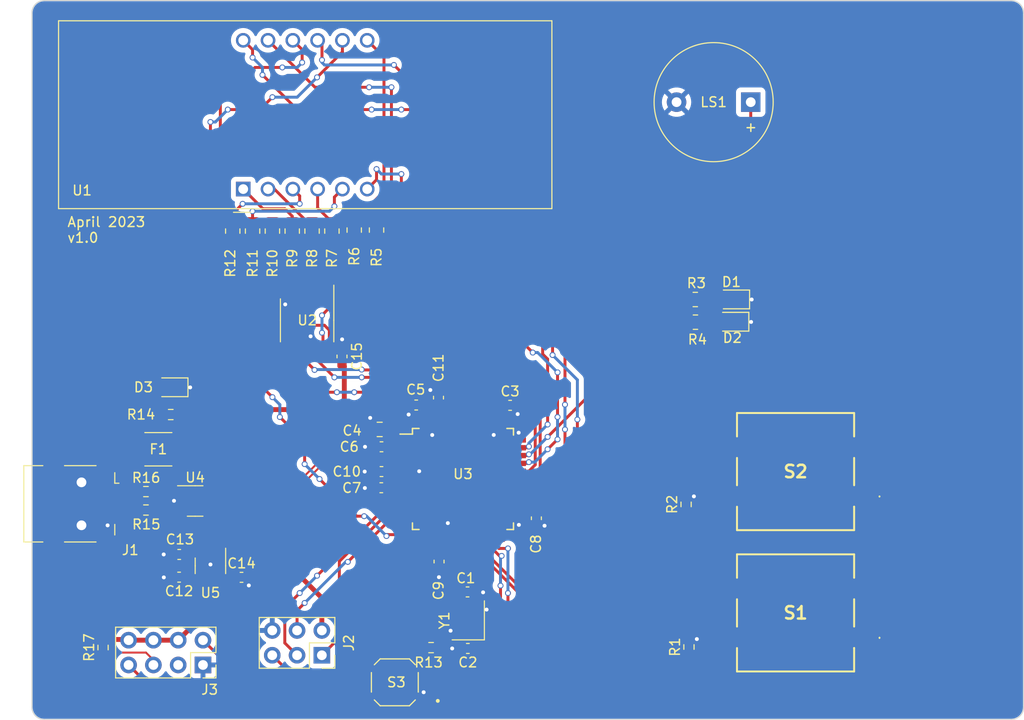
<source format=kicad_pcb>
(kicad_pcb (version 20221018) (generator pcbnew)
  (layers (0 "F.Cu" signal) (31 "B.Cu" signal) (34 "B.Paste" user) (35 "F.Paste" user) (36 "B.SilkS" user "B.Silkscreen") (37 "F.SilkS" user "F.Silkscreen") (38 "B.Mask" user) (39 "F.Mask" user) (44 "Edge.Cuts" user))
  (net 0 "")
  (net 1 "XTAL2")
  (net 2 "GND")
  (net 3 "XTAL1")
  (net 4 "+5V")
  (net 5 "/UCAP")
  (net 6 "/AREF")
  (net 7 "Net-(U5-BP)")
  (net 8 "+3.3V")
  (net 9 "Net-(D1-A)")
  (net 10 "Net-(D2-A)")
  (net 11 "Net-(D3-A)")
  (net 12 "Net-(J1-VBUS)")
  (net 13 "Net-(J1-D-)")
  (net 14 "Net-(J1-D+)")
  (net 16 "unconnected-(J1-Shield-Pad6)")
  (net 17 "MISO")
  (net 18 "SCK")
  (net 19 "MOSI")
  (net 20 "RST")
  (net 21 "TX")
  (net 23 "Net-(J3-Pin_5)")
  (net 24 "RX")
  (net 25 "Buzzer")
  (net 26 "Button_1")
  (net 27 "Button_2")
  (net 28 "RED_LED")
  (net 29 "GREEN_LED")
  (net 30 "a")
  (net 31 "Net-(U1-a)")
  (net 32 "b")
  (net 33 "Net-(U1-b)")
  (net 34 "c")
  (net 35 "Net-(U1-c)")
  (net 36 "d")
  (net 37 "Net-(U1-d)")
  (net 38 "e")
  (net 39 "Net-(U1-e)")
  (net 40 "f")
  (net 41 "Net-(U1-f)")
  (net 42 "g")
  (net 43 "Net-(U1-g)")
  (net 44 "dp")
  (net 45 "Net-(U1-DPX)")
  (net 46 "USB_CONN_D+")
  (net 47 "USB_CONN_D-")
  (net 48 "Dig4")
  (net 49 "Dig3")
  (net 50 "Dig2")
  (net 51 "Dig1")
  (net 53 "SH_CP")
  (net 54 "ST_CP")
  (net 55 "DS")
  (net 56 "USB_D-")
  (net 57 "USB_D+")
  (footprint "Buzzer_Beeper:Buzzer_12x9.5RM7.6" (layer "F.Cu") (at 149.84 35.814 180)
    (fp_text reference "LS1")
    (fp_text value "Speaker")
  )
  (footprint "Capacitor_SMD:C_0603_1608Metric" (layer "F.Cu") (at 120.828441 85.988865)
    (fp_text reference "C1")
    (fp_text value "22pF")
  )
  (footprint "Resistor_SMD:R_0805_2012Metric" (layer "F.Cu") (at 111.506 48.9185 90)
    (fp_text reference "R5")
    (fp_text value "100")
  )
  (footprint "LED_SMD:LED_0805_2012Metric" (layer "F.Cu") (at 90.5025 65.024 180)
    (fp_text reference "D3")
    (fp_text value "LED")
  )
  (footprint "Resistor_SMD:R_0805_2012Metric" (layer "F.Cu") (at 96.774 49.022 90)
    (fp_text reference "R12")
    (fp_text value "100")
  )
  (footprint "Resistor_SMD:R_0603_1608Metric" (layer "F.Cu") (at 87.884 75.71 180)
    (fp_text reference "R16")
    (fp_text value "22")
  )
  (footprint "Resistor_SMD:R_0805_2012Metric" (layer "F.Cu") (at 144.159585 56.033813)
    (fp_text reference "R3")
    (fp_text value "330")
  )
  (footprint "Package_TO_SOT_SMD:SOT-23-6" (layer "F.Cu") (at 92.921251 76.671955)
    (fp_text reference "U4")
    (fp_text value "USBLC6-2SC6")
  )
  (footprint "Package_TO_SOT_SMD:SOT-23-5" (layer "F.Cu") (at 94.488 83.312 -90)
    (fp_text reference "U5")
    (fp_text value "LP2985-3.3")
  )
  (footprint "Resistor_SMD:R_0805_2012Metric" (layer "F.Cu") (at 100.838 49.022 90)
    (fp_text reference "R10")
    (fp_text value "100")
  )
  (footprint "PTS125_SMD_Button:PTS125_SMD_Button" (layer "F.Cu") (at 154.432 88.138 180)
    (fp_text reference "S1")
    (fp_text value "PTS125SM43SMTR21M_LFS" hide)
  )
  (footprint "Package_SO:TSSOP-16_4.4x5mm_P0.65mm" (layer "F.Cu") (at 104.394 58.166 -90)
    (fp_text reference "U2")
    (fp_text value "74HC595")
  )
  (footprint "Capacitor_SMD:C_0603_1608Metric" (layer "F.Cu") (at 120.860189 91.780601 180)
    (fp_text reference "C2")
    (fp_text value "22pF")
  )
  (footprint "Capacitor_SMD:C_0805_2012Metric" (layer "F.Cu") (at 111.828369 69.342 180)
    (fp_text reference "C4")
    (fp_text value "10uF")
  )
  (footprint "Capacitor_SMD:C_0603_1608Metric" (layer "F.Cu") (at 125.188154 66.874511)
    (fp_text reference "C3")
    (fp_text value "0.1uF")
  )
  (footprint "Resistor_SMD:R_0805_2012Metric" (layer "F.Cu") (at 109.22 48.9185 90)
    (fp_text reference "R6")
    (fp_text value "100")
  )
  (footprint "Resistor_SMD:R_0603_1608Metric" (layer "F.Cu") (at 117.094 91.694)
    (fp_text reference "R13")
    (fp_text value "10K")
  )
  (footprint "Capacitor_SMD:C_0603_1608Metric" (layer "F.Cu") (at 127.880856 78.440952 -90)
    (fp_text reference "C8")
    (fp_text value "0.1uF")
  )
  (footprint "Capacitor_SMD:C_0603_1608Metric" (layer "F.Cu") (at 112.014 73.66 180)
    (fp_text reference "C10")
    (fp_text value "1uF")
  )
  (footprint "LED_SMD:LED_0805_2012Metric" (layer "F.Cu") (at 147.9575 58.31 180)
    (fp_text reference "D2")
    (fp_text value "LED")
  )
  (footprint "Capacitor_SMD:C_0603_1608Metric" (layer "F.Cu") (at 117.852224 66.084263 90)
    (fp_text reference "C11")
    (fp_text value "0.1uF")
  )
  (footprint "Capacitor_SMD:C_0603_1608Metric" (layer "F.Cu") (at 111.993199 75.315721 180)
    (fp_text reference "C7")
    (fp_text value "0.1uF")
  )
  (footprint "Package_QFP:TQFP-44_10x10mm_P0.8mm" (layer "F.Cu") (at 120.36 74.42)
    (fp_text reference "U3")
    (fp_text value "ATmega32U4-A")
  )
  (footprint "Resistor_SMD:R_0603_1608Metric" (layer "F.Cu") (at 143.51 91.631 90)
    (fp_text reference "R1")
    (fp_text value "10K")
  )
  (footprint "Capacitor_SMD:C_0603_1608Metric" (layer "F.Cu") (at 107.96682 61.867142 90)
    (fp_text reference "C15")
    (fp_text value "0.1u")
  )
  (footprint "LED_SMD:LED_0805_2012Metric" (layer "F.Cu") (at 148.036 56.024 180)
    (fp_text reference "D1")
    (fp_text value "LED")
  )
  (footprint "Capacitor_SMD:C_0603_1608Metric" (layer "F.Cu") (at 91.279805 84.476254 180)
    (fp_text reference "C12")
    (fp_text value "10nF")
  )
  (footprint "Resistor_SMD:R_0805_2012Metric" (layer "F.Cu") (at 102.87 49.022 90)
    (fp_text reference "R9")
    (fp_text value "100")
  )
  (footprint "Display_7Segment:CA56-12EWA" (layer "F.Cu") (at 97.85 44.72 90)
    (fp_text reference "U1")
    (fp_text value "CA56-12EWA")
  )
  (footprint "Crystal:Crystal_SMD_Abracon_ABM8G-4Pin_3.2x2.5mm" (layer "F.Cu") (at 120.904 88.9 90)
    (fp_text reference "Y1")
    (fp_text value "16MHz")
  )
  (footprint "Capacitor_SMD:C_0603_1608Metric" (layer "F.Cu") (at 97.675048 84.493218)
    (fp_text reference "C14")
    (fp_text value "2.2uF")
  )
  (footprint "Connector_PinSocket_2.54mm:PinSocket_2x04_P2.54mm_Vertical" (layer "F.Cu") (at 93.726 93.472 -90)
    (fp_text reference "J3")
    (fp_text value "Esp_Conn")
  )
  (footprint "Capacitor_SMD:C_0603_1608Metric" (layer "F.Cu") (at 91.290448 82.152253 180)
    (fp_text reference "C13")
    (fp_text value "1uF")
  )
  (footprint "Resistor_SMD:R_0805_2012Metric" (layer "F.Cu") (at 144.177147 58.354301)
    (fp_text reference "R4")
    (fp_text value "330")
  )
  (footprint "Resistor_SMD:R_0603_1608Metric" (layer "F.Cu") (at 143.217601 77.021693 90)
    (fp_text reference "R2")
    (fp_text value "10K")
  )
  (footprint "Resistor_SMD:R_0603_1608Metric" (layer "F.Cu") (at 83.49 91.684 90)
    (fp_text reference "R17")
    (fp_text value "10k")
  )
  (footprint "Capacitor_SMD:C_0603_1608Metric" (layer "F.Cu") (at 117.910193 82.876325 -90)
    (fp_text reference "C9")
    (fp_text value "0.1uF")
  )
  (footprint "Fuse:Fuse_1812_4532Metric" (layer "F.Cu") (at 89.154 71.374)
    (fp_text reference "F1")
    (fp_text value "PTCSMD")
  )
  (footprint "Capacitor_SMD:C_0603_1608Metric" (layer "F.Cu") (at 112.014 71.12 180)
    (fp_text reference "C6")
    (fp_text value "0.1uF")
  )
  (footprint "Resistor_SMD:R_0805_2012Metric" (layer "F.Cu") (at 98.806 49.022 90)
    (fp_text reference "R11")
    (fp_text value "100")
  )
  (footprint "PTS526_SMD_Button:PTS526_SMD_Button" (layer "F.Cu") (at 113.3795 95.25 180)
    (fp_text reference "S3")
    (fp_text value "PTS526_SM08_SMTR2_LFS")
  )
  (footprint "Connector_USB:USB_Mini-B_Lumberg_2486_01_Horizontal" (layer "F.Cu") (at 81.28 76.962 -90)
    (fp_text reference "J1")
    (fp_text value "USB_B_Mini")
  )
  (footprint "Connector_PinSocket_2.54mm:PinSocket_2x03_P2.54mm_Vertical" (layer "F.Cu") (at 105.903 92.476 -90)
    (fp_text reference "J2")
    (fp_text value "AVR-ISP-6")
  )
  (footprint "Resistor_SMD:R_0603_1608Metric" (layer "F.Cu") (at 87.884 77.597494 180)
    (fp_text reference "R15")
    (fp_text value "22")
  )
  (footprint "Capacitor_SMD:C_0603_1608Metric" (layer "F.Cu") (at 115.57 66.842 180)
    (fp_text reference "C5")
    (fp_text value "0.1uF")
  )
  (footprint "Resistor_SMD:R_0805_2012Metric" (layer "F.Cu") (at 106.934 49.022 90)
    (fp_text reference "R7")
    (fp_text value "100")
  )
  (footprint "Resistor_SMD:R_0603_1608Metric" (layer "F.Cu") (at 90.424 67.818 180)
    (fp_text reference "R14")
    (fp_text value "1k")
  )
  (footprint "Resistor_SMD:R_0805_2012Metric" (layer "F.Cu") (at 104.902 49.022 90)
    (fp_text reference "R8")
    (fp_text value "100")
  )
  (footprint "PTS125_SMD_Button:PTS125_SMD_Button" (layer "F.Cu") (at 154.432 73.66 180)
    (fp_text reference "S2")
    (fp_text value "PTS125SM43SMTR21M_LFS" hide)
  )
  (gr_line (start 76.2 97.79) (end 76.2 26.67) (stroke (width 0.1)) (layer "Edge.Cuts"))
  (gr_arc (start 177.8 97.79) (mid 177.428026 98.688026) (end 176.53 99.06) (stroke (width 0.1)) (layer "Edge.Cuts"))
  (gr_arc (start 77.47 99.06) (mid 76.571974 98.688026) (end 76.2 97.79) (stroke (width 0.1)) (layer "Edge.Cuts"))
  (gr_line (start 176.53 99.06) (end 77.47 99.06) (stroke (width 0.1)) (layer "Edge.Cuts"))
  (gr_arc (start 76.2 26.67) (mid 76.571974 25.771974) (end 77.47 25.4) (stroke (width 0.1)) (layer "Edge.Cuts"))
  (gr_line (start 77.47 25.4) (end 176.53 25.4) (stroke (width 0.1)) (layer "Edge.Cuts"))
  (gr_line (start 177.8 26.67) (end 177.8 97.79) (stroke (width 0.1)) (layer "Edge.Cuts"))
  (gr_arc (start 176.53 25.4) (mid 177.428026 25.771974) (end 177.8 26.67) (stroke (width 0.1)) (layer "Edge.Cuts"))
  (gr_text "April 2023\nv1.0" (at 79.756 50.292) (layer "F.SilkS") (effects (font (size 1 1)) (justify left bottom)))
  (segment (start 119.56 80.12) (end 119.56 84.656) (width 0.2) (layer "F.Cu") (net 1))
  (segment (start 119.126 86.868) (end 120.054 87.796) (width 0.2) (layer "F.Cu") (net 1))
  (segment (start 119.56 84.656) (end 119.126 85.09) (width 0.2) (layer "F.Cu") (net 1))
  (segment (start 120.013148 85.996962) (end 120.013148 87.759148) (width 0.5) (layer "F.Cu") (net 1))
  (segment (start 119.126 85.09) (end 119.126 86.868) (width 0.2) (layer "F.Cu") (net 1))
  (segment (start 120.054 87.796) (end 120.054 87.8) (width 0.2) (layer "F.Cu") (net 1))
  (segment (start 120.013148 87.759148) (end 120.054 87.8) (width 0.5) (layer "F.Cu") (net 1))
  (segment (start 144.018 76.2) (end 143.220908 76.2) (width 0.5) (layer "F.Cu") (net 2))
  (segment (start 89.702622 82.148508) (end 90.511703 82.148508) (width 0.5) (layer "F.Cu") (net 2))
  (segment (start 149.935126 56.032409) (end 148.981909 56.032409) (width 0.5) (layer "F.Cu") (net 2))
  (segment (start 91.454409 65.038409) (end 91.44 65.024) (width 0.5) (layer "F.Cu") (net 2))
  (segment (start 120.085189 91.780601) (end 119.254533 91.780601) (width 0.5) (layer "F.Cu") (net 2))
  (segment (start 118.8095 78.939189) (end 118.8095 80.0705) (width 0.5) (layer "F.Cu") (net 2))
  (segment (start 102.151016 56.532751) (end 102.119 56.500735) (width 0.5) (layer "F.Cu") (net 2))
  (segment (start 102.119 56.500735) (end 102.119 55.3035) (width 0.3) (layer "F.Cu") (net 2))
  (segment (start 120.054 90) (end 119.128741 90) (width 0.5) (layer "F.Cu") (net 2))
  (segment (start 94.488 82.1745) (end 94.488 83.173265) (width 0.5) (layer "F.Cu") (net 2))
  (segment (start 89.71346 84.500251) (end 90.480808 84.500251) (width 0.5) (layer "F.Cu") (net 2))
  (segment (start 116.332 96.266) (end 116.332 97.0525) (width 0.5) (layer "F.Cu") (net 2))
  (segment (start 115.876501 73.62562) (end 114.66562 73.62562) (width 0.5) (layer "F.Cu") (net 2))
  (segment (start 104.751132 59.803422) (end 104.719 59.835554) (width 0.5) (layer "F.Cu") (net 2))
  (segment (start 126.087346 79.120606) (end 126.087346 78.447346) (width 0.5) (layer "F.Cu") (net 2))
  (segment (start 143.220908 76.2) (end 143.217601 76.196693) (width 0.5) (layer "F.Cu") (net 2))
  (segment (start 122.777146 87.799229) (end 121.754771 87.799229) (width 0.5) (layer "F.Cu") (net 2))
  (segment (start 117.910193 84.465798) (end 117.898664 84.477327) (width 0.5) (layer "F.Cu") (net 2))
  (segment (start 114.66562 73.62562) (end 114.66 73.62) (width 0.5) (layer "F.Cu") (net 2))
  (segment (start 117.016502 65.304475) (end 117.847436 65.304475) (width 0.5) (layer "F.Cu") (net 2))
  (segment (start 126.064071 70.415929) (end 126.06 70.42) (width 0.5) (layer "F.Cu") (net 2))
  (segment (start 127.888355 79.208453) (end 127.880856 79.215952) (width 0.5) (layer "F.Cu") (net 2))
  (segment (start 92.413079 65.038409) (end 91.454409 65.038409) (width 0.5) (layer "F.Cu") (net 2))
  (segment (start 119.128741 90) (end 119.09069 89.961949) (width 0.5) (layer "F.Cu") (net 2))
  (segment (start 111.239 73.66) (end 110.291684 73.66) (width 0.5) (layer "F.Cu") (net 2))
  (segment (start 110.853654 69.317285) (end 110.878369 69.342) (width 0.5) (layer "F.Cu") (net 2))
  (segment (start 94.488 83.173265) (end 94.492808 83.178073) (width 0.5) (layer "F.Cu") (net 2))
  (segment (start 111.235477 71.123523) (end 111.239 71.12) (width 0.5) (layer "F.Cu") (net 2))
  (segment (start 83.98 78.562) (end 83.98 79.144394) (width 0.5) (layer "F.Cu") (net 2))
  (segment (start 126.064071 69.676891) (end 126.064071 70.415929) (width 0.5) (layer "F.Cu") (net 2))
  (segment (start 90.480808 84.500251) (end 90.504805 84.476254) (width 0.5) (layer "F.Cu") (net 2))
  (segment (start 98.450048 84.493218) (end 98.450048 85.29739) (width 0.5) (layer "F.Cu") (net 2))
  (segment (start 116.332 97.0525) (end 116.3795 97.1) (width 0.5) (layer "F.Cu") (net 2))
  (segment (start 90.757235 76.653883) (end 91.765679 76.653883) (width 0.5) (layer "F.Cu") (net 2))
  (segment (start 148.981909 56.032409) (end 148.9735 56.024) (width 0.5) (layer "F.Cu") (net 2))
  (segment (start 111.218199 75.315721) (end 110.33755 75.315721) (width 0.5) (layer "F.Cu") (net 2))
  (segment (start 98.450048 85.29739) (end 98.423108 85.32433) (width 0.5) (layer "F.Cu") (net 2))
  (segment (start 148.895 58.31) (end 149.853747 58.31) (width 0.5) (layer "F.Cu") (net 2))
  (segment (start 149.853747 58.31) (end 149.875025 58.331278) (width 0.5) (layer "F.Cu") (net 2))
  (segment (start 117.847436 65.304475) (end 117.852224 65.309263) (width 0.5) (layer "F.Cu") (net 2))
  (segment (start 107.978193 60.11568) (end 107.978193 61.080769) (width 0.5) (layer "F.Cu") (net 2))
  (segment (start 114.795 67.818) (end 114.795 66.842) (width 0.5) (layer "F.Cu") (net 2))
  (segment (start 122.42163 86.03135) (end 121.645926 86.03135) (width 0.5) (layer "F.Cu") (net 2))
  (segment (start 126.087346 78.447346) (end 126.06 78.42) (width 0.5) (layer "F.Cu") (net 2))
  (segment (start 128.717211 79.208453) (end 127.888355 79.208453) (width 0.5) (layer "F.Cu") (net 2))
  (segment (start 83.98 79.144394) (end 83.955394 79.169) (width 0.5) (layer "F.Cu") (net 2))
  (segment (start 104.719 59.835554) (end 104.719 61.0285) (width 0.3) (layer "F.Cu") (net 2))
  (segment (start 117.2095 68.7695) (end 117.16 68.72) (width 0.5) (layer "F.Cu") (net 2))
  (segment (start 110.32485 71.123523) (end 111.235477 71.123523) (width 0.5) (layer "F.Cu") (net 2))
  (segment (start 110.33755 75.315721) (end 110.308005 75.345266) (width 0.5) (layer "F.Cu") (net 2))
  (segment (start 110.291684 73.66) (end 110.291683 73.659999) (width 0.5) (layer "F.Cu") (net 2))
  (segment (start 123.56 69.857225) (end 123.56 68.72) (width 0.5) (layer "F.Cu") (net 2))
  (segment (start 143.522286 90.818286) (end 143.51 90.806) (width 0.5) (layer "F.Cu") (net 2))
  (segment (start 121.645926 86.03135) (end 121.603441 85.988865) (width 0.5) (layer "F.Cu") (net 2))
  (segment (start 118.8095 80.0705) (end 118.76 80.12) (width 0.5) (layer "F.Cu") (net 2))
  (segment (start 90.511703 82.148508) (end 90.515448 82.152253) (width 0.5) (layer "F.Cu") (net 2))
  (segment (start 144.319397 90.818286) (end 143.522286 90.818286) (width 0.5) (layer "F.Cu") (net 2))
  (segment (start 117.910193 83.651325) (end 117.910193 84.465798) (width 0.5) (layer "F.Cu") (net 2))
  (segment (start 125.963154 67.769272) (end 125.963154 66.874511) (width 0.5) (layer "F.Cu") (net 2))
  (segment (start 91.765679 76.653883) (end 91.783751 76.671955) (width 0.5) (layer "F.Cu") (net 2))
  (segment (start 121.754771 87.799229) (end 121.754 87.8) (width 0.5) (layer "F.Cu") (net 2))
  (segment (start 123.5105 69.906725) (end 123.56 69.857225) (width 0.5) (layer "F.Cu") (net 2))
  (segment (start 110.853654 68.159775) (end 110.853654 69.317285) (width 0.5) (layer "F.Cu") (net 2))
  (segment (start 107.978193 61.080769) (end 107.96682 61.092142) (width 0.5) (layer "F.Cu") (net 2))
  (segment (start 117.2095 69.914386) (end 117.2095 68.7695) (width 0.5) (layer "F.Cu") (net 2))
  (via (at 119.254533 91.780601) (size 0.6) (drill 0.4) (layers "F.Cu" "B.Cu") (net 2))
  (via (at 110.291683 73.659999) (size 0.8) (drill 0.4) (layers "F.Cu" "B.Cu") (net 2))
  (via (at 126.064071 69.676891) (size 0.8) (drill 0.4) (layers "F.Cu" "B.Cu") (net 2))
  (via (at 90.757235 76.653883) (size 0.6) (drill 0.4) (layers "F.Cu" "B.Cu") (net 2))
  (via (at 89.702622 82.148508) (size 0.6) (drill 0.4) (layers "F.Cu" "B.Cu") (net 2))
  (via (at 110.308005 75.345266) (size 0.8) (drill 0.4) (layers "F.Cu" "B.Cu") (net 2))
  (via (at 83.955394 79.169) (size 0.6) (drill 0.4) (layers "F.Cu" "B.Cu") (net 2))
  (via (at 149.875025 58.331278) (size 0.8) (drill 0.4) (layers "F.Cu" "B.Cu") (net 2))
  (via (at 117.898664 84.477327) (size 0.6) (drill 0.4) (layers "F.Cu" "B.Cu") (net 2))
  (via (at 117.2095 69.914386) (size 0.8) (drill 0.4) (layers "F.Cu" "B.Cu") (net 2))
  (via (at 94.492808 83.178073) (size 0.6) (drill 0.4) (layers "F.Cu" "B.Cu") (net 2))
  (via (at 98.423108 85.32433) (size 0.6) (drill 0.4) (layers "F.Cu" "B.Cu") (net 2))
  (via (at 118.8095 78.939189) (size 0.8) (drill 0.4) (layers "F.Cu" "B.Cu") (net 2))
  (via (at 125.963154 67.769272) (size 0.8) (drill 0.4) (layers "F.Cu" "B.Cu") (net 2))
  (via (at 116.332 96.266) (size 0.8) (drill 0.4) (layers "F.Cu" "B.Cu") (net 2))
  (via (at 149.935126 56.032409) (size 0.8) (drill 0.4) (layers "F.Cu" "B.Cu") (net 2))
  (via (at 144.018 76.2) (size 0.6) (drill 0.4) (layers "F.Cu" "B.Cu") (net 2))
  (via (at 126.087346 79.120606) (size 0.8) (drill 0.4) (layers "F.Cu" "B.Cu") (net 2))
  (via (at 122.42163 86.03135) (size 0.6) (drill 0.4) (layers "F.Cu" "B.Cu") (net 2))
  (via (at 128.717211 79.208453) (size 0.6) (drill 0.4) (layers "F.Cu" "B.Cu") (net 2))
  (via (at 144.319397 90.818286) (size 0.6) (drill 0.4) (layers "F.Cu" "B.Cu") (net 2))
  (via (at 110.32485 71.123523) (size 0.8) (drill 0.4) (layers "F.Cu" "B.Cu") (net 2))
  (via (at 117.016502 65.304475) (size 0.6) (drill 0.4) (layers "F.Cu" "B.Cu") (net 2))
  (via (at 102.151016 56.532751) (size 0.8) (drill 0.4) (layers "F.Cu" "B.Cu") (net 2))
  (via (at 104.751132 59.803422) (size 0.8) (drill 0.4) (layers "F.Cu" "B.Cu") (net 2))
  (via (at 114.795 67.818) (size 0.8) (drill 0.4) (layers "F.Cu" "B.Cu") (net 2))
  (via (at 122.777146 87.799229) (size 0.6) (drill 0.4) (layers "F.Cu" "B.Cu") (net 2))
  (via (at 92.413079 65.038409) (size 0.8) (drill 0.4) (layers "F.Cu" "B.Cu") (net 2))
  (via (at 89.71346 84.500251) (size 0.6) (drill 0.4) (layers "F.Cu" "B.Cu") (net 2))
  (via (at 107.978193 60.11568) (size 0.8) (drill 0.4) (layers "F.Cu" "B.Cu") (net 2))
  (via (at 119.09069 89.961949) (size 0.6) (drill 0.4) (layers "F.Cu" "B.Cu") (net 2))
  (via (at 110.853654 68.159775) (size 0.8) (drill 0.4) (layers "F.Cu" "B.Cu") (net 2))
  (via (at 123.5105 69.906725) (size 0.8) (drill 0.4) (layers "F.Cu" "B.Cu") (net 2))
  (via (at 115.876501 73.62562) (size 0.8) (drill 0.4) (layers "F.Cu" "B.Cu") (net 2))
  (segment (start 120.396 83.566) (end 121.158 83.566) (width 0.2) (layer "F.Cu") (net 3))
  (segment (start 121.635189 91.780601) (end 121.635189 90.118811) (width 0.5) (layer "F.Cu") (net 3))
  (segment (start 120.36 80.12) (end 120.36 83.53) (width 0.2) (layer "F.Cu") (net 3))
  (segment (start 121.158 83.566) (end 123.698 86.106) (width 0.2) (layer "F.Cu") (net 3))
  (segment (start 120.36 83.53) (end 120.396 83.566) (width 0.2) (layer "F.Cu") (net 3))
  (segment (start 123.698 86.106) (end 123.698 88.056) (width 0.2) (layer "F.Cu") (net 3))
  (segment (start 121.635189 90.118811) (end 121.754 90) (width 0.5) (layer "F.Cu") (net 3))
  (segment (start 123.698 88.056) (end 121.754 90) (width 0.2) (layer "F.Cu") (net 3))
  (segment (start 115.785 71.22) (end 114.66 71.22) (width 0.5) (layer "F.Cu") (net 4))
  (segment (start 106.172 58.674) (end 103.632 58.674) (width 0.3) (layer "F.Cu") (net 4))
  (segment (start 91.757225 67.309775) (end 91.249 67.818) (width 0.5) (layer "F.Cu") (net 4))
  (segment (start 105.903 86.629) (end 105.903 89.936) (width 0.5) (layer "F.Cu") (net 4))
  (segment (start 126.06 77.62) (end 128.016316 77.62) (width 0.5) (layer "F.Cu") (net 4))
  (segment (start 93.515753 82.152253) (end 93.538 82.1745) (width 0.5) (layer "F.Cu") (net 4))
  (segment (start 106.669 61.0285) (end 106.669 59.171) (width 0.3) (layer "F.Cu") (net 4))
  (segment (start 92.964 74.422) (end 91.2915 72.7495) (width 0.2) (layer "F.Cu") (net 4))
  (segment (start 137.726048 77.665952) (end 141.732 73.66) (width 0.5) (layer "F.Cu") (net 4))
  (segment (start 114.66 75.22) (end 115.91 75.22) (width 0.5) (layer "F.Cu") (net 4))
  (segment (start 105.918 86.614) (end 105.903 86.629) (width 0.5) (layer "F.Cu") (net 4))
  (segment (start 116.36 68.72) (end 116.36 66.857) (width 0.5) (layer "F.Cu") (net 4))
  (segment (start 117.96 77.27) (end 117.96 80.12) (width 0.5) (layer "F.Cu") (net 4))
  (segment (start 116.84 75.946) (end 116.738 76.048) (width 0.5) (layer "F.Cu") (net 4))
  (segment (start 116.36 66.857) (end 116.345 66.842) (width 0.5) (layer "F.Cu") (net 4))
  (segment (start 93.538 82.1745) (end 93.096251 81.732751) (width 0.2) (layer "F.Cu") (net 4))
  (segment (start 123.952 77.62) (end 118.31 77.62) (width 0.5) (layer "F.Cu") (net 4))
  (segment (start 101.4785 82.1745) (end 105.918 86.614) (width 0.5) (layer "F.Cu") (net 4))
  (segment (start 118.31 77.62) (end 117.96 77.27) (width 0.5) (layer "F.Cu") (net 4))
  (segment (start 103.632 58.674) (end 102.769 59.537) (width 0.3) (layer "F.Cu") (net 4))
  (segment (start 126.06 77.62) (end 123.952 77.62) (width 0.5) (layer "F.Cu") (net 4))
  (segment (start 93.096251 77.083749) (end 93.508045 76.671955) (width 0.2) (layer "F.Cu") (net 4))
  (segment (start 124.36 68.72) (end 124.36 66.927665) (width 0.5) (layer "F.Cu") (net 4))
  (segment (start 106.669 59.171) (end 106.172 58.674) (width 0.3) (layer "F.Cu") (net 4))
  (segment (start 116.738 76.048) (end 117.96 77.27) (width 0.5) (layer "F.Cu") (net 4))
  (segment (start 159.082 83.138) (end 161.582 85.638) (width 0.5) (layer "F.Cu") (net 4))
  (segment (start 95.438 82.1745) (end 95.438 81.601576) (width 0.5) (layer "F.Cu") (net 4))
  (segment (start 93.435955 76.671955) (end 92.964 76.2) (width 0.2) (layer "F.Cu") (net 4))
  (segment (start 112.778369 68.882408) (end 111.205736 67.309775) (width 0.5) (layer "F.Cu") (net 4))
  (segment (start 159.082 73.66) (end 159.082 83.138) (width 0.5) (layer "F.Cu") (net 4))
  (segment (start 116.36 70.645) (end 116.619 70.645) (width 0.5) (layer "F.Cu") (net 4))
  (segment (start 128.016316 77.62) (end 128.019542 77.616774) (width 0.5) (layer "F.Cu") (net 4))
  (segment (start 114.66 75.22) (end 112.86392 75.22) (width 0.5) (layer "F.Cu") (net 4))
  (segment (start 108.204 67.309775) (end 91.757225 67.309775) (width 0.5) (layer "F.Cu") (net 4))
  (segment (start 95.438 82.1745) (end 101.4785 82.1745) (width 0.5) (layer "F.Cu") (net 4))
  (segment (start 117.919 91.948) (end 117.085193 91.114193) (width 0.3) (layer "F.Cu") (net 4))
  (segment (start 93.538 81.468) (end 93.538 82.1745) (width 0.5) (layer "F.Cu") (net 4))
  (segment (start 111.205736 67.309775) (end 108.204 67.309775) (width 0.5) (layer "F.Cu") (net 4))
  (segment (start 116.36 75.67) (end 116.484 75.794) (width 0.5) (layer "F.Cu") (net 4))
  (segment (start 112.889 71.22) (end 112.789 71.12) (width 0.5) (layer "F.Cu") (net 4))
  (segment (start 93.096251 81.732751) (end 93.096251 77.083749) (width 0.2) (layer "F.Cu") (net 4))
  (segment (start 117.96 82.051518) (end 117.910193 82.101325) (width 0.5) (layer "F.Cu") (net 4))
  (segment (start 93.508045 76.671955) (end 94.058751 76.671955) (width 0.2) (layer "F.Cu") (net 4))
  (segment (start 93.944 81.062) (end 93.538 81.468) (width 0.5) (layer "F.Cu") (net 4))
  (segment (start 115.91 75.22) (end 116.484 75.794) (width 0.5) (layer "F.Cu") (net 4))
  (segment (start 116.36 68.72) (end 116.36 70.645) (width 0.5) (layer "F.Cu") (net 4))
  (segment (start 94.898424 81.062) (end 93.944 81.062) (width 0.5) (layer "F.Cu") (net 4))
  (segment (start 102.769 59.537) (end 102.769 61.0285) (width 0.3) (layer "F.Cu") (net 4))
  (segment (start 116.484 75.794) (end 116.738 76.048) (width 0.5) (layer "F.Cu") (net 4))
  (segment (start 94.058751 76.671955) (end 93.435955 76.671955) (width 0.2) (layer "F.Cu") (net 4))
  (segment (start 91.2915 72.7495) (end 91.2915 71.374) (width 0.2) (layer "F.Cu") (net 4))
  (segment (start 92.964 76.2) (end 92.964 74.422) (width 0.2) (layer "F.Cu") (net 4))
  (segment (start 141.732 73.66) (end 159.082 73.66) (width 0.5) (layer "F.Cu") (net 4))
  (segment (start 112.778369 69.342) (end 112.778369 68.882408) (width 0.5) (layer "F.Cu") (net 4))
  (segment (start 124.36 77.212) (end 123.952 77.62) (width 0.5) (layer "F.Cu") (net 4))
  (segment (start 106.669 61.0285) (end 106.669 61.344322) (width 0.3) (layer "F.Cu") (net 4))
  (segment (start 114.66 71.22) (end 112.889 71.22) (width 0.5) (layer "F.Cu") (net 4))
  (segment (start 116.619 70.645) (end 116.84 70.866) (width 0.5) (layer "F.Cu") (net 4))
  (segment (start 117.96 80.12) (end 117.96 82.051518) (width 0.5) (layer "F.Cu") (net 4))
  (segment (start 95.438 81.601576) (end 94.898424 81.062) (width 0.5) (layer "F.Cu") (net 4))
  (segment (start 108.204 62.879322) (end 107.96682 62.642142) (width 0.5) (layer "F.Cu") (net 4))
  (segment (start 112.789 69.352631) (end 112.778369 69.342) (width 0.5) (layer "F.Cu") (net 4))
  (segment (start 124.36 66.927665) (end 124.413154 66.874511) (width 0.5) (layer "F.Cu") (net 4))
  (segment (start 117.085193 91.114193) (end 117.085193 82.926325) (width 0.3) (layer "F.Cu") (net 4))
  (segment (start 159.082 73.66) (end 161.582 71.16) (width 0.5) (layer "F.Cu") (net 4))
  (segment (start 116.36 70.645) (end 115.785 71.22) (width 0.5) (layer "F.Cu") (net 4))
  (segment (start 117.085193 82.926325) (end 117.910193 82.101325) (width 0.3) (layer "F.Cu") (net 4))
  (segment (start 106.669 61.344322) (end 107.96682 62.642142) (width 0.3) (layer "F.Cu") (net 4))
  (segment (start 108.204 67.309775) (end 108.204 62.879322) (width 0.5) (layer "F.Cu") (net 4))
  (segment (start 91.2915 71.374) (end 91.2915 67.8605) (width 0.5) (layer "F.Cu") (net 4))
  (segment (start 112.789 71.12) (end 112.789 69.352631) (width 0.5) (layer "F.Cu") (net 4))
  (segment (start 116.84 70.866) (end 116.84 75.946) (width 0.5) (layer "F.Cu") (net 4))
  (segment (start 112.86392 75.22) (end 112.768199 75.315721) (width 0.5) (layer "F.Cu") (net 4))
  (segment (start 91.2915 67.8605) (end 91.249 67.818) (width 0.2) (layer "F.Cu") (net 4))
  (segment (start 124.36 68.72) (end 124.36 77.212) (width 0.5) (layer "F.Cu") (net 4))
  (segment (start 92.065448 82.152253) (end 93.515753 82.152253) (width 0.5) (layer "F.Cu") (net 4))
  (segment (start 127.880856 77.665952) (end 137.726048 77.665952) (width 0.5) (layer "F.Cu") (net 4))
  (segment (start 113.549 74.42) (end 114.66 74.42) (width 0.5) (layer "F.Cu") (net 5))
  (segment (start 112.789 73.66) (end 113.549 74.42) (width 0.5) (layer "F.Cu") (net 5))
  (segment (start 117.96 66.967039) (end 117.96 68.72) (width 0.5) (layer "F.Cu") (net 6))
  (segment (start 117.852224 66.859263) (end 117.96 66.967039) (width 0.5) (layer "F.Cu") (net 6))
  (segment (start 93.538 84.4495) (end 92.081559 84.4495) (width 0.5) (layer "F.Cu") (net 7))
  (segment (start 92.081559 84.4495) (end 92.054805 84.476254) (width 0.5) (layer "F.Cu") (net 7))
  (segment (start 96.85633 84.4495) (end 96.900048 84.493218) (width 0.5) (layer "F.Cu") (net 8))
  (segment (start 88.646 90.932) (end 86.106 90.932) (width 0.5) (layer "F.Cu") (net 8))
  (segment (start 86.033 90.859) (end 86.106 90.932) (width 0.5) (layer "F.Cu") (net 8))
  (segment (start 95.438 84.4495) (end 96.85633 84.4495) (width 0.5) (layer "F.Cu") (net 8))
  (segment (start 91.186 90.932) (end 95.438 86.68) (width 0.5) (layer "F.Cu") (net 8))
  (segment (start 88.646 90.932) (end 91.186 90.932) (width 0.5) (layer "F.Cu") (net 8))
  (segment (start 95.438 86.68) (end 95.438 84.4495) (width 0.5) (layer "F.Cu") (net 8))
  (segment (start 83.49 90.859) (end 86.033 90.859) (width 0.5) (layer "F.Cu") (net 8))
  (segment (start 147.0985 56.024) (end 145.081898 56.024) (width 0.5) (layer "F.Cu") (net 9))
  (segment (start 145.081898 56.024) (end 145.072085 56.033813) (width 0.5) (layer "F.Cu") (net 9))
  (segment (start 146.975699 58.354301) (end 147.02 58.31) (width 0.5) (layer "F.Cu") (net 10))
  (segment (start 145.089647 58.354301) (end 146.975699 58.354301) (width 0.5) (layer "F.Cu") (net 10))
  (segment (start 89.565 65.024) (end 89.565 67.784) (width 0.5) (layer "F.Cu") (net 11))
  (segment (start 89.565 67.784) (end 89.599 67.818) (width 0.5) (layer "F.Cu") (net 11))
  (segment (start 83.98 75.362) (end 87.0165 72.3255) (width 0.5) (layer "F.Cu") (net 12))
  (segment (start 87.0165 72.3255) (end 87.0165 71.374) (width 0.5) (layer "F.Cu") (net 12))
  (segment (start 86.607 76.162) (end 83.98 76.162) (width 0.5) (layer "F.Cu") (net 13))
  (segment (start 87.059 75.71) (end 86.607 76.162) (width 0.5) (layer "F.Cu") (net 13))
  (segment (start 86.423506 76.962) (end 83.98 76.962) (width 0.5) (layer "F.Cu") (net 14))
  (segment (start 87.059 77.597494) (end 86.423506 76.962) (width 0.5) (layer "F.Cu") (net 14))
  (segment (start 78.43 81.412) (end 83.88 81.412) (width 0.5) (layer "F.Cu") (net 16))
  (segment (start 78.43 72.512) (end 78.43 81.412) (width 0.5) (layer "F.Cu") (net 16))
  (segment (start 78.43 72.512) (end 83.88 72.512) (width 0.5) (layer "F.Cu") (net 16))
  (segment (start 112.934893 77.62) (end 114.66 77.62) (width 0.3) (layer "F.Cu") (net 17))
  (segment (start 107.696 82.858893) (end 112.934893 77.62) (width 0.3) (layer "F.Cu") (net 17))
  (segment (start 105.903 92.476) (end 107.696 90.683) (width 0.3) (layer "F.Cu") (net 17))
  (segment (start 107.696 90.683) (end 107.696 82.858893) (width 0.3) (layer "F.Cu") (net 17))
  (segment (start 102.108 91.221) (end 102.108 87.63) (width 0.3) (layer "F.Cu") (net 18))
  (segment (start 102.108 87.63) (end 103.632 86.106) (width 0.3) (layer "F.Cu") (net 18))
  (segment (start 103.363 92.476) (end 102.108 91.221) (width 0.3) (layer "F.Cu") (net 18))
  (segment (start 105.41 84.328) (end 112.918 76.82) (width 0.3) (layer "F.Cu") (net 18))
  (segment (start 112.918 76.82) (end 114.66 76.82) (width 0.3) (layer "F.Cu") (net 18))
  (via (at 103.632 86.106) (size 0.6) (drill 0.4) (layers "F.Cu" "B.Cu") (net 18))
  (via (at 105.41 84.328) (size 0.6) (drill 0.4) (layers "F.Cu" "B.Cu") (net 18))
  (segment (start 103.632 86.106) (end 105.41 84.328) (width 0.3) (layer "B.Cu") (net 18))
  (segment (start 103.363 89.936) (end 103.363 87.899) (width 0.3) (layer "F.Cu") (net 19))
  (segment (start 103.363 87.899) (end 104.14 87.122) (width 0.3) (layer "F.Cu") (net 19))
  (segment (start 108.563712 82.909713) (end 113.053425 78.42) (width 0.3) (layer "F.Cu") (net 19))
  (segment (start 113.053425 78.42) (end 114.66 78.42) (width 0.3) (layer "F.Cu") (net 19))
  (via (at 104.14 87.122) (size 0.6) (drill 0.4) (layers "F.Cu" "B.Cu") (net 19))
  (via (at 108.563712 82.909713) (size 0.6) (drill 0.4) (layers "F.Cu" "B.Cu") (net 19))
  (segment (start 108.352287 82.909713) (end 108.563712 82.909713) (width 0.3) (layer "B.Cu") (net 19))
  (segment (start 104.14 87.122) (end 108.352287 82.909713) (width 0.3) (layer "B.Cu") (net 19))
  (segment (start 108.966 94.488) (end 109.22 94.234) (width 0.3) (layer "F.Cu") (net 20))
  (segment (start 116.3795 91.6785) (end 116.395 91.694) (width 0.3) (layer "F.Cu") (net 20))
  (segment (start 109.22 91.694) (end 110.045 90.869) (width 0.3) (layer "F.Cu") (net 20))
  (segment (start 110.045 90.869) (end 115.57 90.869) (width 0.3) (layer "F.Cu") (net 20))
  (segment (start 100.823 92.476) (end 102.835 94.488) (width 0.3) (layer "F.Cu") (net 20))
  (segment (start 102.835 94.488) (end 108.966 94.488) (width 0.3) (layer "F.Cu") (net 20))
  (segment (start 116.395 91.694) (end 116.395 93.3845) (width 0.3) (layer "F.Cu") (net 20))
  (segment (start 117.16 81.17) (end 116.3795 81.9505) (width 0.3) (layer "F.Cu") (net 20))
  (segment (start 116.395 93.3845) (end 116.3795 93.4) (width 0.3) (layer "F.Cu") (net 20))
  (segment (start 109.22 94.234) (end 109.22 91.694) (width 0.3) (layer "F.Cu") (net 20))
  (segment (start 115.57 90.869) (end 116.395 91.694) (width 0.3) (layer "F.Cu") (net 20))
  (segment (start 116.3795 81.9505) (end 116.3795 91.6785) (width 0.3) (layer "F.Cu") (net 20))
  (segment (start 117.16 80.12) (end 117.16 81.17) (width 0.3) (layer "F.Cu") (net 20))
  (segment (start 124.206 93.734) (end 124.206 85.344) (width 0.3) (layer "F.Cu") (net 21))
  (segment (start 93.726 90.932) (end 97.798 95.004) (width 0.3) (layer "F.Cu") (net 21))
  (segment (start 122.936 95.004) (end 124.206 93.734) (width 0.3) (layer "F.Cu") (net 21))
  (segment (start 124.3185 82.296) (end 124.103894 82.296) (width 0.3) (layer "F.Cu") (net 21))
  (segment (start 122.76 80.952106) (end 122.76 80.12) (width 0.3) (layer "F.Cu") (net 21))
  (segment (start 124.103894 82.296) (end 122.76 80.952106) (width 0.3) (layer "F.Cu") (net 21))
  (segment (start 97.798 95.004) (end 122.936 95.004) (width 0.3) (layer "F.Cu") (net 21))
  (via (at 124.3185 82.296) (size 0.6) (drill 0.4) (layers "F.Cu" "B.Cu") (net 21))
  (via (at 124.206 85.344) (size 0.6) (drill 0.4) (layers "F.Cu" "B.Cu") (net 21))
  (segment (start 124.206 85.344) (end 124.206 82.4085) (width 0.3) (layer "B.Cu") (net 21))
  (segment (start 124.206 82.4085) (end 124.3185 82.296) (width 0.3) (layer "B.Cu") (net 21))
  (segment (start 83.49 92.509) (end 83.797 92.202) (width 0.2) (layer "F.Cu") (net 23))
  (segment (start 83.797 92.202) (end 87.884 92.202) (width 0.2) (layer "F.Cu") (net 23))
  (segment (start 88.646 92.964) (end 88.646 93.472) (width 0.2) (layer "F.Cu") (net 23))
  (segment (start 87.884 92.202) (end 88.646 92.964) (width 0.2) (layer "F.Cu") (net 23))
  (segment (start 124.049 81.534) (end 123.56 81.045) (width 0.3) (layer "F.Cu") (net 24))
  (segment (start 123.56 81.045) (end 123.56 80.12) (width 0.3) (layer "F.Cu") (net 24))
  (segment (start 124.968 93.726) (end 124.968 86.106) (width 0.3) (layer "F.Cu") (net 24))
  (segment (start 88.138 95.504) (end 123.19 95.504) (width 0.3) (layer "F.Cu") (net 24))
  (segment (start 86.106 93.472) (end 88.138 95.504) (width 0.3) (layer "F.Cu") (net 24))
  (segment (start 124.968 81.534) (end 124.049 81.534) (width 0.3) (layer "F.Cu") (net 24))
  (segment (start 123.19 95.504) (end 124.968 93.726) (width 0.3) (layer "F.Cu") (net 24))
  (via (at 124.968 86.106) (size 0.6) (drill 0.4) (layers "F.Cu" "B.Cu") (net 24))
  (via (at 124.968 81.534) (size 0.6) (drill 0.4) (layers "F.Cu" "B.Cu") (net 24))
  (segment (start 124.968 86.106) (end 124.968 81.534) (width 0.3) (layer "B.Cu") (net 24))
  (segment (start 149.84 41.422) (end 149.84 35.814) (width 0.3) (layer "F.Cu") (net 25))
  (segment (start 130.81 66.802) (end 130.81 60.452) (width 0.3) (layer "F.Cu") (net 25))
  (segment (start 130.81 71.52) (end 130.81 69.342) (width 0.3) (layer "F.Cu") (net 25))
  (segment (start 127.11 75.22) (end 130.81 71.52) (width 0.3) (layer "F.Cu") (net 25))
  (segment (start 130.81 60.452) (end 149.84 41.422) (width 0.3) (layer "F.Cu") (net 25))
  (segment (start 126.06 75.22) (end 127.11 75.22) (width 0.3) (layer "F.Cu") (net 25))
  (via (at 130.81 66.802) (size 0.6) (drill 0.4) (layers "F.Cu" "B.Cu") (net 25))
  (via (at 130.81 69.342) (size 0.6) (drill 0.4) (layers "F.Cu" "B.Cu") (net 25))
  (segment (start 130.81 69.342) (end 130.81 66.802) (width 0.3) (layer "B.Cu") (net 25))
  (segment (start 132.446 92.456) (end 143.51 92.456) (width 0.3) (layer "F.Cu") (net 26))
  (segment (start 121.16 80.12) (end 121.16 81.17) (width 0.3) (layer "F.Cu") (net 26))
  (segment (start 145.464 92.456) (end 147.282 90.638) (width 0.3) (layer "F.Cu") (net 26))
  (segment (start 121.16 81.17) (end 132.446 92.456) (width 0.3) (layer "F.Cu") (net 26))
  (segment (start 143.51 92.456) (end 145.464 92.456) (width 0.3) (layer "F.Cu") (net 26))
  (segment (start 121.96 80.12) (end 121.96 81.262894) (width 0.3) (layer "F.Cu") (net 27))
  (segment (start 132.08 85.09) (end 139.323307 77.846693) (width 0.3) (layer "F.Cu") (net 27))
  (segment (start 145.595307 77.846693) (end 147.282 76.16) (width 0.3) (layer "F.Cu") (net 27))
  (segment (start 139.323307 77.846693) (end 143.217601 77.846693) (width 0.3) (layer "F.Cu") (net 27))
  (segment (start 125.787106 85.09) (end 132.08 85.09) (width 0.3) (layer "F.Cu") (net 27))
  (segment (start 143.217601 77.846693) (end 145.595307 77.846693) (width 0.3) (layer "F.Cu") (net 27))
  (segment (start 121.96 81.262894) (end 125.787106 85.09) (width 0.3) (layer "F.Cu") (net 27))
  (segment (start 126.06 72.02) (end 126.984985 72.02) (width 0.3) (layer "F.Cu") (net 28))
  (segment (start 129.032 70.104) (end 143.102187 56.033813) (width 0.3) (layer "F.Cu") (net 28))
  (segment (start 126.984985 72.02) (end 127.1125 71.892485) (width 0.3) (layer "F.Cu") (net 28))
  (segment (start 143.102187 56.033813) (end 143.247085 56.033813) (width 0.3) (layer "F.Cu") (net 28))
  (via (at 127.1125 71.892485) (size 0.6) (drill 0.4) (layers "F.Cu" "B.Cu") (net 28))
  (via (at 129.032 70.104) (size 0.6) (drill 0.4) (layers "F.Cu" "B.Cu") (net 28))
  (segment (start 127.243515 71.892485) (end 129.032 70.104) (width 0.3) (layer "B.Cu") (net 28))
  (segment (start 127.1125 71.892485) (end 127.243515 71.892485) (width 0.3) (layer "B.Cu") (net 28))
  (segment (start 126.06 76.82) (end 127.11 76.82) (width 0.3) (layer "F.Cu") (net 29))
  (segment (start 143.264647 60.665353) (end 143.264647 58.354301) (width 0.3) (layer "F.Cu") (net 29))
  (segment (start 127.11 76.82) (end 143.264647 60.665353) (width 0.3) (layer "F.Cu") (net 29))
  (segment (start 105.918 59.436) (end 106.019 59.537) (width 0.3) (layer "F.Cu") (net 30))
  (segment (start 105.918 57.658) (end 111.506 51.840396) (width 0.3) (layer "F.Cu") (net 30))
  (segment (start 106.019 59.537) (end 106.019 61.0285) (width 0.3) (layer "F.Cu") (net 30))
  (segment (start 111.506 51.840396) (end 111.506 49.831) (width 0.3) (layer "F.Cu") (net 30))
  (via (at 105.918 57.658) (size 0.6) (drill 0.4) (layers "F.Cu" "B.Cu") (net 30))
  (via (at 105.918 59.436) (size 0.6) (drill 0.4) (layers "F.Cu" "B.Cu") (net 30))
  (segment (start 105.918 57.658) (end 105.918 59.436) (width 0.3) (layer "B.Cu") (net 30))
  (segment (start 111.506 48.006) (end 113.03 46.482) (width 0.3) (layer "F.Cu") (net 31))
  (segment (start 113.03 46.482) (end 113.03 34.29) (width 0.3) (layer "F.Cu") (net 31))
  (segment (start 110.744 34.29) (end 105.2 34.29) (width 0.3) (layer "F.Cu") (net 31))
  (segment (start 105.2 34.29) (end 100.39 29.48) (width 0.3) (layer "F.Cu") (net 31))
  (via (at 110.744 34.29) (size 0.6) (drill 0.4) (layers "F.Cu" "B.Cu") (net 31))
  (via (at 113.03 34.29) (size 0.6) (drill 0.4) (layers "F.Cu" "B.Cu") (net 31))
  (segment (start 113.03 34.29) (end 110.744 34.29) (width 0.3) (layer "B.Cu") (net 31))
  (segment (start 109.22 52.832) (end 109.22 49.831) (width 0.3) (layer "F.Cu") (net 32))
  (segment (start 106.669 55.3035) (end 109.1405 52.832) (width 0.3) (layer "F.Cu") (net 32))
  (segment (start 109.1405 52.832) (end 109.22 52.832) (width 0.3) (layer "F.Cu") (net 32))
  (segment (start 112.268 44.958) (end 112.268 31.198) (width 0.3) (layer "F.Cu") (net 33))
  (segment (start 112.268 31.198) (end 110.55 29.48) (width 0.3) (layer "F.Cu") (net 33))
  (segment (start 109.22 48.006) (end 112.268 44.958) (width 0.3) (layer "F.Cu") (net 33))
  (segment (start 106.019 55.3035) (end 106.019 54.579604) (width 0.3) (layer "F.Cu") (net 34))
  (segment (start 106.019 54.579604) (end 106.934 53.664604) (width 0.3) (layer "F.Cu") (net 34))
  (segment (start 106.934 53.664604) (end 106.934 49.9345) (width 0.3) (layer "F.Cu") (net 34))
  (segment (start 105.47 44.72) (end 105.47 46.6455) (width 0.3) (layer "F.Cu") (net 35))
  (segment (start 105.47 46.6455) (end 106.934 48.1095) (width 0.3) (layer "F.Cu") (net 35))
  (segment (start 105.369 50.4015) (end 104.902 49.9345) (width 0.3) (layer "F.Cu") (net 36))
  (segment (start 105.369 55.3035) (end 105.369 50.4015) (width 0.3) (layer "F.Cu") (net 36))
  (segment (start 100.39 44.72) (end 101.041528 44.72) (width 0.3) (layer "F.Cu") (net 37))
  (segment (start 101.041528 44.72) (end 104.431028 48.1095) (width 0.3) (layer "F.Cu") (net 37))
  (segment (start 104.431028 48.1095) (end 104.902 48.1095) (width 0.3) (layer "F.Cu") (net 37))
  (segment (start 104.719 51.7835) (end 102.87 49.9345) (width 0.3) (layer "F.Cu") (net 38))
  (segment (start 104.719 55.3035) (end 104.719 51.7835) (width 0.3) (layer "F.Cu") (net 38))
  (segment (start 102.108 46.736) (end 102.87 47.498) (width 0.3) (layer "F.Cu") (net 39))
  (segment (start 99.866 46.736) (end 102.108 46.736) (width 0.3) (layer "F.Cu") (net 39))
  (segment (start 97.85 44.72) (end 99.866 46.736) (width 0.3) (layer "F.Cu") (net 39))
  (segment (start 102.87 47.498) (end 102.87 48.1095) (width 0.3) (layer "F.Cu") (net 39))
  (segment (start 104.069 55.3035) (end 104.069 53.1655) (width 0.3) (layer "F.Cu") (net 40))
  (segment (start 104.069 53.1655) (end 100.838 49.9345) (width 0.3) (layer "F.Cu") (net 40))
  (segment (start 95.504 48.400528) (end 95.504 35.814) (width 0.3) (layer "F.Cu") (net 41))
  (segment (start 95.504 35.814) (end 96.012 35.306) (width 0.3) (layer "F.Cu") (net 41))
  (segment (start 103.886 30.436) (end 102.93 29.48) (width 0.3) (layer "F.Cu") (net 41))
  (segment (start 100.838 48.1095) (end 99.8755 49.072) (width 0.3) (layer "F.Cu") (net 41))
  (segment (start 99.06 32.258) (end 101.854 32.258) (width 0.3) (layer "F.Cu") (net 41))
  (segment (start 103.886 31.75) (end 103.886 30.436) (width 0.3) (layer "F.Cu") (net 41))
  (segment (start 99.8755 49.072) (end 96.175472 49.072) (width 0.3) (layer "F.Cu") (net 41))
  (segment (start 96.175472 49.072) (end 95.504 48.400528) (width 0.3) (layer "F.Cu") (net 41))
  (segment (start 96.012 35.306) (end 99.06 32.258) (width 0.3) (layer "F.Cu") (net 41))
  (via (at 103.886 31.75) (size 0.6) (drill 0.4) (layers "F.Cu" "B.Cu") (net 41))
  (via (at 101.854 32.258) (size 0.6) (drill 0.4) (layers "F.Cu" "B.Cu") (net 41))
  (segment (start 101.854 32.258) (end 103.378 32.258) (width 0.3) (layer "B.Cu") (net 41))
  (segment (start 103.378 32.258) (end 103.886 31.75) (width 0.3) (layer "B.Cu") (net 41))
  (segment (start 103.419 53.635) (end 100.838 51.054) (width 0.3) (layer "F.Cu") (net 42))
  (segment (start 100.838 51.054) (end 99.06 51.054) (width 0.3) (layer "F.Cu") (net 42))
  (segment (start 99.06 51.054) (end 99.06 50.1885) (width 0.3) (layer "F.Cu") (net 42))
  (segment (start 99.06 50.1885) (end 98.806 49.9345) (width 0.3) (layer "F.Cu") (net 42))
  (segment (start 103.419 55.3035) (end 103.419 53.635) (width 0.3) (layer "F.Cu") (net 42))
  (segment (start 98.806 48.1095) (end 98.806 46.99) (width 0.3) (layer "F.Cu") (net 43))
  (segment (start 107.188 46.482) (end 107.188 45.542) (width 0.3) (layer "F.Cu") (net 43))
  (segment (start 107.188 45.542) (end 108.01 44.72) (width 0.3) (layer "F.Cu") (net 43))
  (via (at 98.806 46.99) (size 0.6) (drill 0.4) (layers "F.Cu" "B.Cu") (net 43))
  (via (at 107.188 46.482) (size 0.6) (drill 0.4) (layers "F.Cu" "B.Cu") (net 43))
  (segment (start 98.806 46.99) (end 106.68 46.99) (width 0.3) (layer "B.Cu") (net 43))
  (segment (start 106.68 46.99) (end 107.188 46.482) (width 0.3) (layer "B.Cu") (net 43))
  (segment (start 100.259396 52.07) (end 98.552 52.07) (width 0.3) (layer "F.Cu") (net 44))
  (segment (start 102.769 55.3035) (end 102.769 54.579604) (width 0.3) (layer "F.Cu") (net 44))
  (segment (start 98.552 52.07) (end 96.774 50.292) (width 0.3) (layer "F.Cu") (net 44))
  (segment (start 96.774 50.292) (end 96.774 49.9345) (width 0.3) (layer "F.Cu") (net 44))
  (segment (start 102.769 54.579604) (end 100.259396 52.07) (width 0.3) (layer "F.Cu") (net 44))
  (segment (start 103.632 45.422) (end 102.93 44.72) (width 0.3) (layer "F.Cu") (net 45))
  (segment (start 103.632 46.228) (end 103.632 45.422) (width 0.3) (layer "F.Cu") (net 45))
  (segment (start 96.774 47.244) (end 97.79 46.228) (width 0.3) (layer "F.Cu") (net 45))
  (segment (start 96.774 48.1095) (end 96.774 47.244) (width 0.3) (layer "F.Cu") (net 45))
  (via (at 103.632 46.228) (size 0.6) (drill 0.4) (layers "F.Cu" "B.Cu") (net 45))
  (via (at 97.79 46.228) (size 0.6) (drill 0.4) (layers "F.Cu" "B.Cu") (net 45))
  (segment (start 97.79 46.228) (end 103.632 46.228) (width 0.3) (layer "B.Cu") (net 45))
  (segment (start 88.709 77.597494) (end 91.75929 77.597494) (width 0.5) (layer "F.Cu") (net 46))
  (segment (start 91.75929 77.597494) (end 91.783751 77.621955) (width 0.5) (layer "F.Cu") (net 46))
  (segment (start 91.771796 75.71) (end 91.783751 75.721955) (width 0.5) (layer "F.Cu") (net 47))
  (segment (start 88.709 75.71) (end 91.771796 75.71) (width 0.5) (layer "F.Cu") (net 47))
  (segment (start 126.06 72.82) (end 126.984986 72.82) (width 0.3) (layer "F.Cu") (net 48))
  (segment (start 127.508 61.468) (end 114.046 48.006) (width 0.3) (layer "F.Cu") (net 48))
  (segment (start 111.506 42.672) (end 111.506 43.764) (width 0.3) (layer "F.Cu") (net 48))
  (segment (start 126.984986 72.82) (end 127.1125 72.692486) (width 0.3) (layer "F.Cu") (net 48))
  (segment (start 129.032 71.374) (end 130.048 70.358) (width 0.3) (layer "F.Cu") (net 48))
  (segment (start 114.046 48.006) (end 114.046 43.18) (width 0.3) (layer "F.Cu") (net 48))
  (segment (start 111.506 43.764) (end 110.55 44.72) (width 0.3) (layer "F.Cu") (net 48))
  (segment (start 130.048 68.072) (end 130.048 63.5) (width 0.3) (layer "F.Cu") (net 48))
  (via (at 130.048 68.072) (size 0.6) (drill 0.4) (layers "F.Cu" "B.Cu") (net 48))
  (via (at 130.048 70.358) (size 0.6) (drill 0.4) (layers "F.Cu" "B.Cu") (net 48))
  (via (at 114.046 43.18) (size 0.6) (drill 0.4) (layers "F.Cu" "B.Cu") (net 48))
  (via (at 129.032 71.374) (size 0.6) (drill 0.4) (layers "F.Cu" "B.Cu") (net 48))
  (via (at 127.508 61.468) (size 0.6) (drill 0.4) (layers "F.Cu" "B.Cu") (net 48))
  (via (at 130.048 63.5) (size 0.6) (drill 0.4) (layers "F.Cu" "B.Cu") (net 48))
  (via (at 127.1125 72.692486) (size 0.6) (drill 0.4) (layers "F.Cu" "B.Cu") (net 48))
  (via (at 111.506 42.672) (size 0.6) (drill 0.4) (layers "F.Cu" "B.Cu") (net 48))
  (segment (start 114.046 43.18) (end 112.014 43.18) (width 0.3) (layer "B.Cu") (net 48))
  (segment (start 130.048 63.5) (end 128.016 61.468) (width 0.3) (layer "B.Cu") (net 48))
  (segment (start 127.713514 72.692486) (end 129.032 71.374) (width 0.3) (layer "B.Cu") (net 48))
  (segment (start 130.048 70.358) (end 130.048 68.072) (width 0.3) (layer "B.Cu") (net 48))
  (segment (start 128.016 61.468) (end 127.508 61.468) (width 0.3) (layer "B.Cu") (net 48))
  (segment (start 127.1125 72.692486) (end 127.713514 72.692486) (width 0.3) (layer "B.Cu") (net 48))
  (segment (start 112.014 43.18) (end 111.506 42.672) (width 0.3) (layer "B.Cu") (net 48))
  (segment (start 109.474 78.232) (end 105.664 74.422) (width 0.3) (layer "F.Cu") (net 49))
  (segment (start 100.838 66.04) (end 94.488 59.69) (width 0.3) (layer "F.Cu") (net 49))
  (segment (start 99.568 36.576) (end 100.838 35.306) (width 0.3) (layer "F.Cu") (net 49))
  (segment (start 104.14 72.898) (end 104.14 70.612) (width 0.3) (layer "F.Cu") (net 49))
  (segment (start 105.41 33.274) (end 108.01 30.674) (width 0.3) (layer "F.Cu") (net 49))
  (segment (start 96.266 36.576) (end 99.568 36.576) (width 0.3) (layer "F.Cu") (net 49))
  (segment (start 104.14 70.612) (end 101.6 68.072) (width 0.3) (layer "F.Cu") (net 49))
  (segment (start 116.36 80.12) (end 112.666 80.12) (width 0.3) (layer "F.Cu") (net 49))
  (segment (start 108.01 30.674) (end 108.01 29.48) (width 0.3) (layer "F.Cu") (net 49))
  (segment (start 110.236 78.232) (end 109.474 78.232) (width 0.3) (layer "F.Cu") (net 49))
  (segment (start 112.666 80.12) (end 112.522 80.264) (width 0.3) (layer "F.Cu") (net 49))
  (segment (start 94.488 59.69) (end 94.488 37.846) (width 0.3) (layer "F.Cu") (net 49))
  (via (at 104.14 72.898) (size 0.6) (drill 0.4) (layers "F.Cu" "B.Cu") (net 49))
  (via (at 100.838 66.04) (size 0.6) (drill 0.4) (layers "F.Cu" "B.Cu") (net 49))
  (via (at 94.488 37.846) (size 0.6) (drill 0.4) (layers "F.Cu" "B.Cu") (net 49))
  (via (at 105.664 74.422) (size 0.6) (drill 0.4) (layers "F.Cu" "B.Cu") (net 49))
  (via (at 110.236 78.232) (size 0.6) (drill 0.4) (layers "F.Cu" "B.Cu") (net 49))
  (via (at 112.522 80.264) (size 0.6) (drill 0.4) (layers "F.Cu" "B.Cu") (net 49))
  (via (at 100.838 35.306) (size 0.6) (drill 0.4) (layers "F.Cu" "B.Cu") (net 49))
  (via (at 101.6 68.072) (size 0.6) (drill 0.4) (layers "F.Cu" "B.Cu") (net 49))
  (via (at 96.266 36.576) (size 0.6) (drill 0.4) (layers "F.Cu" "B.Cu") (net 49))
  (via (at 105.41 33.274) (size 0.6) (drill 0.4) (layers "F.Cu" "B.Cu") (net 49))
  (segment (start 101.6 68.072) (end 101.6 66.802) (width 0.3) (layer "B.Cu") (net 49))
  (segment (start 112.522 80.264) (end 110.49 78.232) (width 0.3) (layer "B.Cu") (net 49))
  (segment (start 94.996 37.846) (end 96.266 36.576) (width 0.3) (layer "B.Cu") (net 49))
  (segment (start 110.49 78.232) (end 110.236 78.232) (width 0.3) (layer "B.Cu") (net 49))
  (segment (start 101.6 66.802) (end 100.838 66.04) (width 0.3) (layer "B.Cu") (net 49))
  (segment (start 100.838 35.306) (end 103.378 35.306) (width 0.3) (layer "B.Cu") (net 49))
  (segment (start 105.664 74.422) (end 104.14 72.898) (width 0.3) (layer "B.Cu") (net 49))
  (segment (start 94.488 37.846) (end 94.996 37.846) (width 0.3) (layer "B.Cu") (net 49))
  (segment (start 103.378 35.306) (end 105.41 33.274) (width 0.3) (layer "B.Cu") (net 49))
  (segment (start 126.06 76.02) (end 127.11 76.02) (width 0.3) (layer "F.Cu") (net 50))
  (segment (start 132.08 71.05) (end 132.08 68.326) (width 0.3) (layer "F.Cu") (net 50))
  (segment (start 129.54 48.26) (end 113.284 32.004) (width 0.3) (layer "F.Cu") (net 50))
  (segment (start 105.918 29.928) (end 105.47 29.48) (width 0.3) (layer "F.Cu") (net 50))
  (segment (start 129.54 61.722) (end 129.54 48.26) (width 0.3) (layer "F.Cu") (net 50))
  (segment (start 105.918 31.496) (end 105.918 29.928) (width 0.3) (layer "F.Cu") (net 50))
  (segment (start 127.11 76.02) (end 132.08 71.05) (width 0.3) (layer "F.Cu") (net 50))
  (via (at 113.284 32.004) (size 0.6) (drill 0.4) (layers "F.Cu" "B.Cu") (net 50))
  (via (at 129.54 61.722) (size 0.6) (drill 0.4) (layers "F.Cu" "B.Cu") (net 50))
  (via (at 105.918 31.496) (size 0.6) (drill 0.4) (layers "F.Cu" "B.Cu") (net 50))
  (via (at 132.08 68.326) (size 0.6) (drill 0.4) (layers "F.Cu" "B.Cu") (net 50))
  (segment (start 113.284 32.004) (end 106.172 32.004) (width 0.3) (layer "B.Cu") (net 50))
  (segment (start 105.918 31.75) (end 105.918 31.496) (width 0.3) (layer "B.Cu") (net 50))
  (segment (start 132.08 68.326) (end 132.08 64.262) (width 0.3) (layer "B.Cu") (net 50))
  (segment (start 106.172 32.004) (end 105.918 31.75) (width 0.3) (layer "B.Cu") (net 50))
  (segment (start 132.08 64.262) (end 129.54 61.722) (width 0.3) (layer "B.Cu") (net 50))
  (segment (start 110.998 36.576) (end 103.378 36.576) (width 0.3) (layer "F.Cu") (net 51))
  (segment (start 128.524 61.625239) (end 128.524 48.514) (width 0.3) (layer "F.Cu") (net 51))
  (segment (start 98.806 30.436) (end 97.85 29.48) (width 0.3) (layer "F.Cu") (net 51))
  (segment (start 98.806 31.242) (end 98.806 30.436) (width 0.3) (layer "F.Cu") (net 51))
  (segment (start 126.985482 71.22) (end 127.1125 71.092982) (width 0.3) (layer "F.Cu") (net 51))
  (segment (start 103.378 36.576) (end 99.822 33.02) (width 0.3) (layer "F.Cu") (net 51))
  (segment (start 129.032 62.133239) (end 128.524 61.625239) (width 0.3) (layer "F.Cu") (net 51))
  (segment (start 126.06 71.22) (end 126.985482 71.22) (width 0.3) (layer "F.Cu") (net 51))
  (segment (start 129.032 68.834) (end 129.032 62.133239) (width 0.3) (layer "F.Cu") (net 51))
  (segment (start 116.586 36.576) (end 114.046 36.576) (width 0.3) (layer "F.Cu") (net 51))
  (segment (start 128.524 48.514) (end 116.586 36.576) (width 0.3) (layer "F.Cu") (net 51))
  (via (at 110.998 36.576) (size 0.6) (drill 0.4) (layers "F.Cu" "B.Cu") (net 51))
  (via (at 99.822 33.02) (size 0.6) (drill 0.4) (layers "F.Cu" "B.Cu") (net 51))
  (via (at 98.806 31.242) (size 0.6) (drill 0.4) (layers "F.Cu" "B.Cu") (net 51))
  (via (at 127.1125 71.092982) (size 0.6) (drill 0.4) (layers "F.Cu" "B.Cu") (net 51))
  (via (at 129.032 68.834) (size 0.6) (drill 0.4) (layers "F.Cu" "B.Cu") (net 51))
  (via (at 114.046 36.576) (size 0.6) (drill 0.4) (layers "F.Cu" "B.Cu") (net 51))
  (segment (start 99.822 33.02) (end 99.822 32.258) (width 0.3) (layer "B.Cu") (net 51))
  (segment (start 127.1125 71.092982) (end 127.1125 70.7535) (width 0.3) (layer "B.Cu") (net 51))
  (segment (start 127.1125 70.7535) (end 129.032 68.834) (width 0.3) (layer "B.Cu") (net 51))
  (segment (start 114.046 36.576) (end 110.998 36.576) (width 0.3) (layer "B.Cu") (net 51))
  (segment (start 99.822 32.258) (end 98.806 31.242) (width 0.3) (layer "B.Cu") (net 51))
  (segment (start 109.22 65.532) (end 110.541897 65.532) (width 0.3) (layer "F.Cu") (net 53))
  (segment (start 114.66 69.650103) (end 114.66 70.42) (width 0.3) (layer "F.Cu") (net 53))
  (segment (start 103.419 61.0285) (end 103.419 61.752396) (width 0.3) (layer "F.Cu") (net 53))
  (segment (start 110.541897 65.532) (end 114.66 69.650103) (width 0.3) (layer "F.Cu") (net 53))
  (segment (start 105.918 65.532) (end 103.378 62.992) (width 0.3) (layer "F.Cu") (net 53))
  (segment (start 103.378 61.0695) (end 103.419 61.0285) (width 0.3) (layer "F.Cu") (net 53))
  (segment (start 107.442 65.532) (end 105.918 65.532) (width 0.3) (layer "F.Cu") (net 53))
  (segment (start 103.378 62.992) (end 103.378 61.0695) (width 0.3) (layer "F.Cu") (net 53))
  (via (at 107.442 65.532) (size 0.6) (drill 0.4) (layers "F.Cu" "B.Cu") (net 53))
  (via (at 109.22 65.532) (size 0.6) (drill 0.4) (layers "F.Cu" "B.Cu") (net 53))
  (segment (start 107.442 65.532) (end 109.22 65.532) (width 0.3) (layer "B.Cu") (net 53))
  (segment (start 105.156 63.246) (end 104.069 62.159) (width 0.3) (layer "F.Cu") (net 54))
  (segment (start 127.11 74.42) (end 128.27 73.26) (width 0.3) (layer "F.Cu") (net 54))
  (segment (start 104.069 62.159) (end 104.069 61.0285) (width 0.3) (layer "F.Cu") (net 54))
  (segment (start 126.06 74.42) (end 127.11 74.42) (width 0.3) (layer "F.Cu") (net 54))
  (segment (start 128.27 73.26) (end 128.27 63.246) (width 0.3) (layer "F.Cu") (net 54))
  (segment (start 110.019503 63.246) (end 109.982 63.208497) (width 0.3) (layer "F.Cu") (net 54))
  (segment (start 128.27 63.246) (end 110.019503 63.246) (width 0.3) (layer "F.Cu") (net 54))
  (via (at 105.156 63.246) (size 0.6) (drill 0.4) (layers "F.Cu" "B.Cu") (net 54))
  (via (at 109.982 63.208497) (size 0.6) (drill 0.4) (layers "F.Cu" "B.Cu") (net 54))
  (segment (start 109.982 63.208497) (end 105.193503 63.208497) (width 0.3) (layer "B.Cu") (net 54))
  (segment (start 105.193503 63.208497) (end 105.156 63.246) (width 0.3) (layer "B.Cu") (net 54))
  (segment (start 107.188 64.008) (end 105.369 62.189) (width 0.3) (layer "F.Cu") (net 55))
  (segment (start 126.06 73.62) (end 127.11 73.62) (width 0.3) (layer "F.Cu") (net 55))
  (segment (start 105.369 62.189) (end 105.369 61.0285) (width 0.3) (layer "F.Cu") (net 55))
  (segment (start 127.11 73.62) (end 127.762 72.968) (width 0.3) (layer "F.Cu") (net 55))
  (segment (start 127.762 64.008) (end 109.982 64.008) (width 0.3) (layer "F.Cu") (net 55))
  (segment (start 127.762 72.968) (end 127.762 64.008) (width 0.3) (layer "F.Cu") (net 55))
  (via (at 107.188 64.008) (size 0.6) (drill 0.4) (layers "F.Cu" "B.Cu") (net 55))
  (via (at 109.982 64.008) (size 0.6) (drill 0.4) (layers "F.Cu" "B.Cu") (net 55))
  (segment (start 109.982 64.008) (end 107.188 64.008) (width 0.3) (layer "B.Cu") (net 55))
  (segment (start 94.408751 76.071955) (end 94.757647 76.071955) (width 0.2) (layer "F.Cu") (net 56))
  (segment (start 94.058751 75.721955) (end 94.408751 76.071955) (width 0.2) (layer "F.Cu") (net 56))
  (segment (start 95.021251 76.446955) (end 101.794845 76.446955) (width 0.2) (layer "F.Cu") (net 56))
  (segment (start 113.534999 72.02) (end 114.66 72.02) (width 0.2) (layer "F.Cu") (net 56))
  (segment (start 95.021251 76.335559) (end 95.021251 76.446955) (width 0.2) (layer "F.Cu") (net 56))
  (segment (start 106.0468 72.195) (end 113.359999 72.195) (width 0.2) (layer "F.Cu") (net 56))
  (segment (start 101.794845 76.446955) (end 106.0468 72.195) (width 0.2) (layer "F.Cu") (net 56))
  (segment (start 94.757647 76.071955) (end 95.021251 76.335559) (width 0.2) (layer "F.Cu") (net 56))
  (segment (start 113.359999 72.195) (end 113.534999 72.02) (width 0.2) (layer "F.Cu") (net 56))
  (segment (start 94.408751 77.271955) (end 94.757647 77.271955) (width 0.2) (layer "F.Cu") (net 57))
  (segment (start 101.981245 76.896955) (end 106.2332 72.645) (width 0.2) (layer "F.Cu") (net 57))
  (segment (start 114.196 72.862) (end 114.021 72.687) (width 0.2) (layer "F.Cu") (net 57))
  (segment (start 94.757647 77.271955) (end 95.021251 77.008351) (width 0.2) (layer "F.Cu") (net 57))
  (segment (start 95.021251 76.896955) (end 101.981245 76.896955) (width 0.2) (layer "F.Cu") (net 57))
  (segment (start 94.058751 77.621955) (end 94.408751 77.271955) (width 0.2) (layer "F.Cu") (net 57))
  (segment (start 113.359999 72.645) (end 113.534999 72.82) (width 0.2) (layer "F.Cu") (net 57))
  (segment (start 95.021251 77.008351) (end 95.021251 76.896955) (width 0.2) (layer "F.Cu") (net 57))
  (segment (start 106.2332 72.645) (end 113.359999 72.645) (width 0.2) (layer "F.Cu") (net 57))
  (segment (start 113.534999 72.82) (end 114.66 72.82) (width 0.2) (layer "F.Cu") (net 57))
  (zone (net 2) (net_name "GND") (layer "B.Cu") (connect_pads (clearance 0.508)) (min_thickness 0.25) (fill yes (thermal_gap 0.5) (thermal_bridge_width 0.5))
    (polygon (pts (xy 76.2 25.4) (xy 177.8 25.4) (xy 177.8 99.06) (xy 76.2 99.06)))
  )
)
</source>
